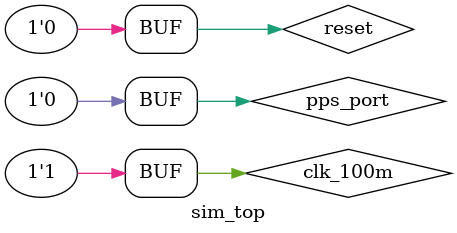
<source format=v>
`timescale 1ns / 1ps


module sim_top();
    parameter RBITS=12;		//numero de bits de direcciones. 2**W = 32 direcciones para W=5
    parameter ADCBITS = 12;	// numero de bits en los datos
	parameter L_ARRAY_MUESTRAS = 15;
  	parameter L_ARRAY_PPS = 10;
  	parameter L_ARRAY_SCALERS= 3;
  	parameter REFRESH_RATE = 100000;
 

    reg clk_100m;
	reg reset;
//    reg [ADCBITS-1:0]ch1;
//    reg [ADCBITS-1:0]ch2;
//    reg [ADCBITS-1:0]ch3;
    wire adc_clk1;                                       
	wire adc_clk2;
	wire adc_clk3;
    wire hv1;
    wire hv2;
    wire hv3;
    reg pps_port;
    wire [2:0] led;
    wire [RBITS-1:0] baseline1;
    wire [RBITS-1:0] baseline2;
    wire [RBITS-1:0] baseline3;
    reg sclk;
    reg ss_n;
    reg mosi;
    wire miso;
    
    
    // Note: CLK must be defined as a wire when using this method

   parameter PERIOD = 20;

   always begin
      clk_100m = 1'b0;
      #(PERIOD/2) clk_100m = 1'b1;
      #(PERIOD/2);
   end  
   
	//interconexion
	PROYECTO_TOP proyecto_top (
	.clk_100m(clk_100m),
	.reset(reset),
//    .ch1(ch1),
//    .ch2(ch2),
//    .ch3(ch3),
    .adc_clk1(adc_clk1),                                      
	//.adc_clk2(adc_clk2),
	//.adc_clk3(adc_clk3),
    .hv1(hv1),
    .hv2(hv2),
    .hv3(hv3),
    .pps_port(pps_port),
    .led(led),
//    .baseline1(baseline1),
 //   .baseline2(baseline2),
 //   .baseline3(baseline3),
    .sclk(sclk),
    .ss_n(ss_n),
    .mosi(mosi),
    .miso(miso)
    );
    
    initial begin
  //valores iniciales
   reset = 1;
  pps_port=0;
   #20;
   reset = 0;
   pps_port=0;

   #10000;
   pps_port=1;
   #200;
   pps_port=0;

 end
    
endmodule

</source>
